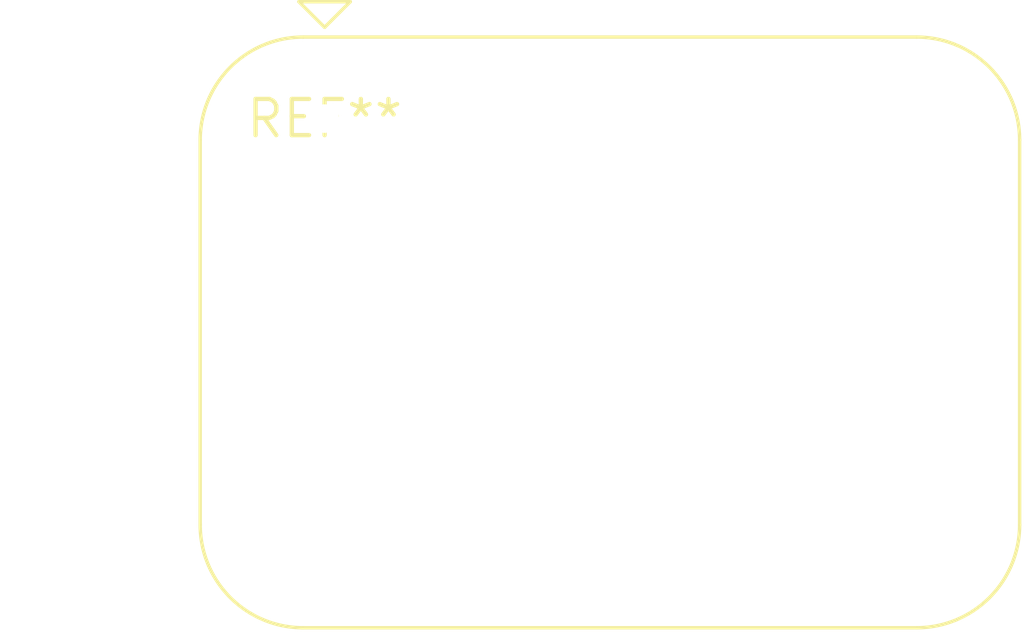
<source format=kicad_pcb>
(kicad_pcb (version 20240108) (generator pcbnew)
  (layers (0 "F.Cu" signal) (31 "B.Cu" signal) (34 "B.Paste" user) (35 "F.Paste" user) (36 "B.SilkS" user "B.Silkscreen") (37 "F.SilkS" user "F.Silkscreen") (38 "B.Mask" user) (39 "F.Mask" user) (44 "Edge.Cuts" user))
  (net 0 "")
  (footprint "Filter_FILTERCON_1FPxx" (layer "F.Cu") (at 0 0)
    (property "Reference" "REF**")
    (property "Value" "Filter_FILTERCON_1FPxx")
    (fp_line (start -4.36 14.25) (end -4.36 0.75) (layer "F.SilkS") (stroke (width 0.12)))
    (fp_line (start -0.9 -4.1) (end 0.9 -4.1) (layer "F.SilkS") (stroke (width 0.12)))
    (fp_line (start -0.75 -2.86) (end 20.75 -2.86) (layer "F.SilkS") (stroke (width 0.12)))
    (fp_line (start 0 -3.2) (end -0.9 -4.1) (layer "F.SilkS") (stroke (width 0.12)))
    (fp_line (start 0.9 -4.1) (end 0 -3.2) (layer "F.SilkS") (stroke (width 0.12)))
    (fp_line (start 20.75 17.86) (end -0.75 17.86) (layer "F.SilkS") (stroke (width 0.12)))
    (fp_line (start 24.36 0.75) (end 24.36 14.25) (layer "F.SilkS") (stroke (width 0.12)))
    (fp_arc (start -4.36 0.75) (mid -3.302655 -1.802655) (end -0.75 -2.86) (layer "F.SilkS") (stroke (width 0.12)))
    (fp_arc (start -0.75 17.86) (mid -3.302655 16.802655) (end -4.36 14.25) (layer "F.SilkS") (stroke (width 0.12)))
    (fp_arc (start 20.75 -2.86) (mid 23.302655 -1.802655) (end 24.36 0.75) (layer "F.SilkS") (stroke (width 0.12)))
    (fp_arc (start 24.36 14.25) (mid 23.302655 16.802655) (end 20.75 17.86) (layer "F.SilkS") (stroke (width 0.12)))
    (pad "1" thru_hole rect (at 0 0) (size 2 2) (drill 1) (layers *.Cu *.Mask) (remove_unused_layers))
    (pad "2" thru_hole circle (at 20 0) (size 2 2) (drill 1) (layers *.Cu *.Mask) (remove_unused_layers))
    (pad "3" thru_hole circle (at 0 15) (size 2 2) (drill 1) (layers *.Cu *.Mask) (remove_unused_layers))
    (pad "4" thru_hole circle (at 20 15) (size 2 2) (drill 1) (layers *.Cu *.Mask) (remove_unused_layers))
  )
)
</source>
